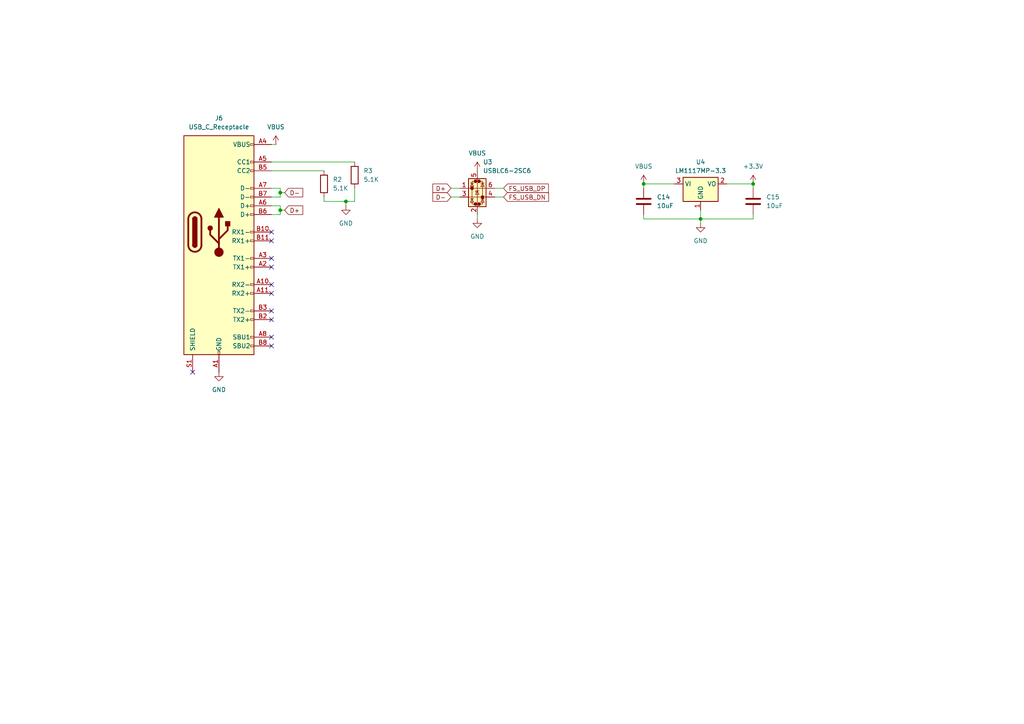
<source format=kicad_sch>
(kicad_sch
	(version 20231120)
	(generator "eeschema")
	(generator_version "8.0")
	(uuid "26c4e9cb-2074-4d85-9daa-ccfb60470acf")
	(paper "A4")
	(lib_symbols
		(symbol "Connector:USB_C_Receptacle"
			(pin_names
				(offset 1.016)
			)
			(exclude_from_sim no)
			(in_bom yes)
			(on_board yes)
			(property "Reference" "J"
				(at -10.16 29.21 0)
				(effects
					(font
						(size 1.27 1.27)
					)
					(justify left)
				)
			)
			(property "Value" "USB_C_Receptacle"
				(at 10.16 29.21 0)
				(effects
					(font
						(size 1.27 1.27)
					)
					(justify right)
				)
			)
			(property "Footprint" ""
				(at 3.81 0 0)
				(effects
					(font
						(size 1.27 1.27)
					)
					(hide yes)
				)
			)
			(property "Datasheet" "https://www.usb.org/sites/default/files/documents/usb_type-c.zip"
				(at 3.81 0 0)
				(effects
					(font
						(size 1.27 1.27)
					)
					(hide yes)
				)
			)
			(property "Description" "USB Full-Featured Type-C Receptacle connector"
				(at 0 0 0)
				(effects
					(font
						(size 1.27 1.27)
					)
					(hide yes)
				)
			)
			(property "ki_keywords" "usb universal serial bus type-C full-featured"
				(at 0 0 0)
				(effects
					(font
						(size 1.27 1.27)
					)
					(hide yes)
				)
			)
			(property "ki_fp_filters" "USB*C*Receptacle*"
				(at 0 0 0)
				(effects
					(font
						(size 1.27 1.27)
					)
					(hide yes)
				)
			)
			(symbol "USB_C_Receptacle_0_0"
				(rectangle
					(start -0.254 -35.56)
					(end 0.254 -34.544)
					(stroke
						(width 0)
						(type default)
					)
					(fill
						(type none)
					)
				)
				(rectangle
					(start 10.16 -32.766)
					(end 9.144 -33.274)
					(stroke
						(width 0)
						(type default)
					)
					(fill
						(type none)
					)
				)
				(rectangle
					(start 10.16 -30.226)
					(end 9.144 -30.734)
					(stroke
						(width 0)
						(type default)
					)
					(fill
						(type none)
					)
				)
				(rectangle
					(start 10.16 -25.146)
					(end 9.144 -25.654)
					(stroke
						(width 0)
						(type default)
					)
					(fill
						(type none)
					)
				)
				(rectangle
					(start 10.16 -22.606)
					(end 9.144 -23.114)
					(stroke
						(width 0)
						(type default)
					)
					(fill
						(type none)
					)
				)
				(rectangle
					(start 10.16 -17.526)
					(end 9.144 -18.034)
					(stroke
						(width 0)
						(type default)
					)
					(fill
						(type none)
					)
				)
				(rectangle
					(start 10.16 -14.986)
					(end 9.144 -15.494)
					(stroke
						(width 0)
						(type default)
					)
					(fill
						(type none)
					)
				)
				(rectangle
					(start 10.16 -9.906)
					(end 9.144 -10.414)
					(stroke
						(width 0)
						(type default)
					)
					(fill
						(type none)
					)
				)
				(rectangle
					(start 10.16 -7.366)
					(end 9.144 -7.874)
					(stroke
						(width 0)
						(type default)
					)
					(fill
						(type none)
					)
				)
				(rectangle
					(start 10.16 -2.286)
					(end 9.144 -2.794)
					(stroke
						(width 0)
						(type default)
					)
					(fill
						(type none)
					)
				)
				(rectangle
					(start 10.16 0.254)
					(end 9.144 -0.254)
					(stroke
						(width 0)
						(type default)
					)
					(fill
						(type none)
					)
				)
				(rectangle
					(start 10.16 5.334)
					(end 9.144 4.826)
					(stroke
						(width 0)
						(type default)
					)
					(fill
						(type none)
					)
				)
				(rectangle
					(start 10.16 7.874)
					(end 9.144 7.366)
					(stroke
						(width 0)
						(type default)
					)
					(fill
						(type none)
					)
				)
				(rectangle
					(start 10.16 10.414)
					(end 9.144 9.906)
					(stroke
						(width 0)
						(type default)
					)
					(fill
						(type none)
					)
				)
				(rectangle
					(start 10.16 12.954)
					(end 9.144 12.446)
					(stroke
						(width 0)
						(type default)
					)
					(fill
						(type none)
					)
				)
				(rectangle
					(start 10.16 18.034)
					(end 9.144 17.526)
					(stroke
						(width 0)
						(type default)
					)
					(fill
						(type none)
					)
				)
				(rectangle
					(start 10.16 20.574)
					(end 9.144 20.066)
					(stroke
						(width 0)
						(type default)
					)
					(fill
						(type none)
					)
				)
				(rectangle
					(start 10.16 25.654)
					(end 9.144 25.146)
					(stroke
						(width 0)
						(type default)
					)
					(fill
						(type none)
					)
				)
			)
			(symbol "USB_C_Receptacle_0_1"
				(rectangle
					(start -10.16 27.94)
					(end 10.16 -35.56)
					(stroke
						(width 0.254)
						(type default)
					)
					(fill
						(type background)
					)
				)
				(arc
					(start -8.89 -3.81)
					(mid -6.985 -5.7067)
					(end -5.08 -3.81)
					(stroke
						(width 0.508)
						(type default)
					)
					(fill
						(type none)
					)
				)
				(arc
					(start -7.62 -3.81)
					(mid -6.985 -4.4423)
					(end -6.35 -3.81)
					(stroke
						(width 0.254)
						(type default)
					)
					(fill
						(type none)
					)
				)
				(arc
					(start -7.62 -3.81)
					(mid -6.985 -4.4423)
					(end -6.35 -3.81)
					(stroke
						(width 0.254)
						(type default)
					)
					(fill
						(type outline)
					)
				)
				(rectangle
					(start -7.62 -3.81)
					(end -6.35 3.81)
					(stroke
						(width 0.254)
						(type default)
					)
					(fill
						(type outline)
					)
				)
				(arc
					(start -6.35 3.81)
					(mid -6.985 4.4423)
					(end -7.62 3.81)
					(stroke
						(width 0.254)
						(type default)
					)
					(fill
						(type none)
					)
				)
				(arc
					(start -6.35 3.81)
					(mid -6.985 4.4423)
					(end -7.62 3.81)
					(stroke
						(width 0.254)
						(type default)
					)
					(fill
						(type outline)
					)
				)
				(arc
					(start -5.08 3.81)
					(mid -6.985 5.7067)
					(end -8.89 3.81)
					(stroke
						(width 0.508)
						(type default)
					)
					(fill
						(type none)
					)
				)
				(polyline
					(pts
						(xy -8.89 -3.81) (xy -8.89 3.81)
					)
					(stroke
						(width 0.508)
						(type default)
					)
					(fill
						(type none)
					)
				)
				(polyline
					(pts
						(xy -5.08 3.81) (xy -5.08 -3.81)
					)
					(stroke
						(width 0.508)
						(type default)
					)
					(fill
						(type none)
					)
				)
			)
			(symbol "USB_C_Receptacle_1_1"
				(circle
					(center -2.54 1.143)
					(radius 0.635)
					(stroke
						(width 0.254)
						(type default)
					)
					(fill
						(type outline)
					)
				)
				(circle
					(center 0 -5.842)
					(radius 1.27)
					(stroke
						(width 0)
						(type default)
					)
					(fill
						(type outline)
					)
				)
				(polyline
					(pts
						(xy 0 -5.842) (xy 0 4.318)
					)
					(stroke
						(width 0.508)
						(type default)
					)
					(fill
						(type none)
					)
				)
				(polyline
					(pts
						(xy 0 -3.302) (xy -2.54 -0.762) (xy -2.54 0.508)
					)
					(stroke
						(width 0.508)
						(type default)
					)
					(fill
						(type none)
					)
				)
				(polyline
					(pts
						(xy 0 -2.032) (xy 2.54 0.508) (xy 2.54 1.778)
					)
					(stroke
						(width 0.508)
						(type default)
					)
					(fill
						(type none)
					)
				)
				(polyline
					(pts
						(xy -1.27 4.318) (xy 0 6.858) (xy 1.27 4.318) (xy -1.27 4.318)
					)
					(stroke
						(width 0.254)
						(type default)
					)
					(fill
						(type outline)
					)
				)
				(rectangle
					(start 1.905 1.778)
					(end 3.175 3.048)
					(stroke
						(width 0.254)
						(type default)
					)
					(fill
						(type outline)
					)
				)
				(pin passive line
					(at 0 -40.64 90)
					(length 5.08)
					(name "GND"
						(effects
							(font
								(size 1.27 1.27)
							)
						)
					)
					(number "A1"
						(effects
							(font
								(size 1.27 1.27)
							)
						)
					)
				)
				(pin bidirectional line
					(at 15.24 -15.24 180)
					(length 5.08)
					(name "RX2-"
						(effects
							(font
								(size 1.27 1.27)
							)
						)
					)
					(number "A10"
						(effects
							(font
								(size 1.27 1.27)
							)
						)
					)
				)
				(pin bidirectional line
					(at 15.24 -17.78 180)
					(length 5.08)
					(name "RX2+"
						(effects
							(font
								(size 1.27 1.27)
							)
						)
					)
					(number "A11"
						(effects
							(font
								(size 1.27 1.27)
							)
						)
					)
				)
				(pin passive line
					(at 0 -40.64 90)
					(length 5.08) hide
					(name "GND"
						(effects
							(font
								(size 1.27 1.27)
							)
						)
					)
					(number "A12"
						(effects
							(font
								(size 1.27 1.27)
							)
						)
					)
				)
				(pin bidirectional line
					(at 15.24 -10.16 180)
					(length 5.08)
					(name "TX1+"
						(effects
							(font
								(size 1.27 1.27)
							)
						)
					)
					(number "A2"
						(effects
							(font
								(size 1.27 1.27)
							)
						)
					)
				)
				(pin bidirectional line
					(at 15.24 -7.62 180)
					(length 5.08)
					(name "TX1-"
						(effects
							(font
								(size 1.27 1.27)
							)
						)
					)
					(number "A3"
						(effects
							(font
								(size 1.27 1.27)
							)
						)
					)
				)
				(pin passive line
					(at 15.24 25.4 180)
					(length 5.08)
					(name "VBUS"
						(effects
							(font
								(size 1.27 1.27)
							)
						)
					)
					(number "A4"
						(effects
							(font
								(size 1.27 1.27)
							)
						)
					)
				)
				(pin bidirectional line
					(at 15.24 20.32 180)
					(length 5.08)
					(name "CC1"
						(effects
							(font
								(size 1.27 1.27)
							)
						)
					)
					(number "A5"
						(effects
							(font
								(size 1.27 1.27)
							)
						)
					)
				)
				(pin bidirectional line
					(at 15.24 7.62 180)
					(length 5.08)
					(name "D+"
						(effects
							(font
								(size 1.27 1.27)
							)
						)
					)
					(number "A6"
						(effects
							(font
								(size 1.27 1.27)
							)
						)
					)
				)
				(pin bidirectional line
					(at 15.24 12.7 180)
					(length 5.08)
					(name "D-"
						(effects
							(font
								(size 1.27 1.27)
							)
						)
					)
					(number "A7"
						(effects
							(font
								(size 1.27 1.27)
							)
						)
					)
				)
				(pin bidirectional line
					(at 15.24 -30.48 180)
					(length 5.08)
					(name "SBU1"
						(effects
							(font
								(size 1.27 1.27)
							)
						)
					)
					(number "A8"
						(effects
							(font
								(size 1.27 1.27)
							)
						)
					)
				)
				(pin passive line
					(at 15.24 25.4 180)
					(length 5.08) hide
					(name "VBUS"
						(effects
							(font
								(size 1.27 1.27)
							)
						)
					)
					(number "A9"
						(effects
							(font
								(size 1.27 1.27)
							)
						)
					)
				)
				(pin passive line
					(at 0 -40.64 90)
					(length 5.08) hide
					(name "GND"
						(effects
							(font
								(size 1.27 1.27)
							)
						)
					)
					(number "B1"
						(effects
							(font
								(size 1.27 1.27)
							)
						)
					)
				)
				(pin bidirectional line
					(at 15.24 0 180)
					(length 5.08)
					(name "RX1-"
						(effects
							(font
								(size 1.27 1.27)
							)
						)
					)
					(number "B10"
						(effects
							(font
								(size 1.27 1.27)
							)
						)
					)
				)
				(pin bidirectional line
					(at 15.24 -2.54 180)
					(length 5.08)
					(name "RX1+"
						(effects
							(font
								(size 1.27 1.27)
							)
						)
					)
					(number "B11"
						(effects
							(font
								(size 1.27 1.27)
							)
						)
					)
				)
				(pin passive line
					(at 0 -40.64 90)
					(length 5.08) hide
					(name "GND"
						(effects
							(font
								(size 1.27 1.27)
							)
						)
					)
					(number "B12"
						(effects
							(font
								(size 1.27 1.27)
							)
						)
					)
				)
				(pin bidirectional line
					(at 15.24 -25.4 180)
					(length 5.08)
					(name "TX2+"
						(effects
							(font
								(size 1.27 1.27)
							)
						)
					)
					(number "B2"
						(effects
							(font
								(size 1.27 1.27)
							)
						)
					)
				)
				(pin bidirectional line
					(at 15.24 -22.86 180)
					(length 5.08)
					(name "TX2-"
						(effects
							(font
								(size 1.27 1.27)
							)
						)
					)
					(number "B3"
						(effects
							(font
								(size 1.27 1.27)
							)
						)
					)
				)
				(pin passive line
					(at 15.24 25.4 180)
					(length 5.08) hide
					(name "VBUS"
						(effects
							(font
								(size 1.27 1.27)
							)
						)
					)
					(number "B4"
						(effects
							(font
								(size 1.27 1.27)
							)
						)
					)
				)
				(pin bidirectional line
					(at 15.24 17.78 180)
					(length 5.08)
					(name "CC2"
						(effects
							(font
								(size 1.27 1.27)
							)
						)
					)
					(number "B5"
						(effects
							(font
								(size 1.27 1.27)
							)
						)
					)
				)
				(pin bidirectional line
					(at 15.24 5.08 180)
					(length 5.08)
					(name "D+"
						(effects
							(font
								(size 1.27 1.27)
							)
						)
					)
					(number "B6"
						(effects
							(font
								(size 1.27 1.27)
							)
						)
					)
				)
				(pin bidirectional line
					(at 15.24 10.16 180)
					(length 5.08)
					(name "D-"
						(effects
							(font
								(size 1.27 1.27)
							)
						)
					)
					(number "B7"
						(effects
							(font
								(size 1.27 1.27)
							)
						)
					)
				)
				(pin bidirectional line
					(at 15.24 -33.02 180)
					(length 5.08)
					(name "SBU2"
						(effects
							(font
								(size 1.27 1.27)
							)
						)
					)
					(number "B8"
						(effects
							(font
								(size 1.27 1.27)
							)
						)
					)
				)
				(pin passive line
					(at 15.24 25.4 180)
					(length 5.08) hide
					(name "VBUS"
						(effects
							(font
								(size 1.27 1.27)
							)
						)
					)
					(number "B9"
						(effects
							(font
								(size 1.27 1.27)
							)
						)
					)
				)
				(pin passive line
					(at -7.62 -40.64 90)
					(length 5.08)
					(name "SHIELD"
						(effects
							(font
								(size 1.27 1.27)
							)
						)
					)
					(number "S1"
						(effects
							(font
								(size 1.27 1.27)
							)
						)
					)
				)
			)
		)
		(symbol "Device:C"
			(pin_numbers hide)
			(pin_names
				(offset 0.254)
			)
			(exclude_from_sim no)
			(in_bom yes)
			(on_board yes)
			(property "Reference" "C"
				(at 0.635 2.54 0)
				(effects
					(font
						(size 1.27 1.27)
					)
					(justify left)
				)
			)
			(property "Value" "C"
				(at 0.635 -2.54 0)
				(effects
					(font
						(size 1.27 1.27)
					)
					(justify left)
				)
			)
			(property "Footprint" ""
				(at 0.9652 -3.81 0)
				(effects
					(font
						(size 1.27 1.27)
					)
					(hide yes)
				)
			)
			(property "Datasheet" "~"
				(at 0 0 0)
				(effects
					(font
						(size 1.27 1.27)
					)
					(hide yes)
				)
			)
			(property "Description" "Unpolarized capacitor"
				(at 0 0 0)
				(effects
					(font
						(size 1.27 1.27)
					)
					(hide yes)
				)
			)
			(property "ki_keywords" "cap capacitor"
				(at 0 0 0)
				(effects
					(font
						(size 1.27 1.27)
					)
					(hide yes)
				)
			)
			(property "ki_fp_filters" "C_*"
				(at 0 0 0)
				(effects
					(font
						(size 1.27 1.27)
					)
					(hide yes)
				)
			)
			(symbol "C_0_1"
				(polyline
					(pts
						(xy -2.032 -0.762) (xy 2.032 -0.762)
					)
					(stroke
						(width 0.508)
						(type default)
					)
					(fill
						(type none)
					)
				)
				(polyline
					(pts
						(xy -2.032 0.762) (xy 2.032 0.762)
					)
					(stroke
						(width 0.508)
						(type default)
					)
					(fill
						(type none)
					)
				)
			)
			(symbol "C_1_1"
				(pin passive line
					(at 0 3.81 270)
					(length 2.794)
					(name "~"
						(effects
							(font
								(size 1.27 1.27)
							)
						)
					)
					(number "1"
						(effects
							(font
								(size 1.27 1.27)
							)
						)
					)
				)
				(pin passive line
					(at 0 -3.81 90)
					(length 2.794)
					(name "~"
						(effects
							(font
								(size 1.27 1.27)
							)
						)
					)
					(number "2"
						(effects
							(font
								(size 1.27 1.27)
							)
						)
					)
				)
			)
		)
		(symbol "Device:R"
			(pin_numbers hide)
			(pin_names
				(offset 0)
			)
			(exclude_from_sim no)
			(in_bom yes)
			(on_board yes)
			(property "Reference" "R"
				(at 2.032 0 90)
				(effects
					(font
						(size 1.27 1.27)
					)
				)
			)
			(property "Value" "R"
				(at 0 0 90)
				(effects
					(font
						(size 1.27 1.27)
					)
				)
			)
			(property "Footprint" ""
				(at -1.778 0 90)
				(effects
					(font
						(size 1.27 1.27)
					)
					(hide yes)
				)
			)
			(property "Datasheet" "~"
				(at 0 0 0)
				(effects
					(font
						(size 1.27 1.27)
					)
					(hide yes)
				)
			)
			(property "Description" "Resistor"
				(at 0 0 0)
				(effects
					(font
						(size 1.27 1.27)
					)
					(hide yes)
				)
			)
			(property "ki_keywords" "R res resistor"
				(at 0 0 0)
				(effects
					(font
						(size 1.27 1.27)
					)
					(hide yes)
				)
			)
			(property "ki_fp_filters" "R_*"
				(at 0 0 0)
				(effects
					(font
						(size 1.27 1.27)
					)
					(hide yes)
				)
			)
			(symbol "R_0_1"
				(rectangle
					(start -1.016 -2.54)
					(end 1.016 2.54)
					(stroke
						(width 0.254)
						(type default)
					)
					(fill
						(type none)
					)
				)
			)
			(symbol "R_1_1"
				(pin passive line
					(at 0 3.81 270)
					(length 1.27)
					(name "~"
						(effects
							(font
								(size 1.27 1.27)
							)
						)
					)
					(number "1"
						(effects
							(font
								(size 1.27 1.27)
							)
						)
					)
				)
				(pin passive line
					(at 0 -3.81 90)
					(length 1.27)
					(name "~"
						(effects
							(font
								(size 1.27 1.27)
							)
						)
					)
					(number "2"
						(effects
							(font
								(size 1.27 1.27)
							)
						)
					)
				)
			)
		)
		(symbol "Power_Protection:USBLC6-2SC6"
			(pin_names hide)
			(exclude_from_sim no)
			(in_bom yes)
			(on_board yes)
			(property "Reference" "U"
				(at 0.635 5.715 0)
				(effects
					(font
						(size 1.27 1.27)
					)
					(justify left)
				)
			)
			(property "Value" "USBLC6-2SC6"
				(at 0.635 3.81 0)
				(effects
					(font
						(size 1.27 1.27)
					)
					(justify left)
				)
			)
			(property "Footprint" "Package_TO_SOT_SMD:SOT-23-6"
				(at 1.27 -6.35 0)
				(effects
					(font
						(size 1.27 1.27)
						(italic yes)
					)
					(justify left)
					(hide yes)
				)
			)
			(property "Datasheet" "https://www.st.com/resource/en/datasheet/usblc6-2.pdf"
				(at 1.27 -8.255 0)
				(effects
					(font
						(size 1.27 1.27)
					)
					(justify left)
					(hide yes)
				)
			)
			(property "Description" "Very low capacitance ESD protection diode, 2 data-line, SOT-23-6"
				(at 0 0 0)
				(effects
					(font
						(size 1.27 1.27)
					)
					(hide yes)
				)
			)
			(property "ki_keywords" "usb ethernet video"
				(at 0 0 0)
				(effects
					(font
						(size 1.27 1.27)
					)
					(hide yes)
				)
			)
			(property "ki_fp_filters" "SOT?23*"
				(at 0 0 0)
				(effects
					(font
						(size 1.27 1.27)
					)
					(hide yes)
				)
			)
			(symbol "USBLC6-2SC6_0_0"
				(circle
					(center -1.524 0)
					(radius 0.0001)
					(stroke
						(width 0.508)
						(type default)
					)
					(fill
						(type none)
					)
				)
				(circle
					(center -0.508 -4.572)
					(radius 0.0001)
					(stroke
						(width 0.508)
						(type default)
					)
					(fill
						(type none)
					)
				)
				(circle
					(center -0.508 2.032)
					(radius 0.0001)
					(stroke
						(width 0.508)
						(type default)
					)
					(fill
						(type none)
					)
				)
				(circle
					(center 0.508 -4.572)
					(radius 0.0001)
					(stroke
						(width 0.508)
						(type default)
					)
					(fill
						(type none)
					)
				)
				(circle
					(center 0.508 2.032)
					(radius 0.0001)
					(stroke
						(width 0.508)
						(type default)
					)
					(fill
						(type none)
					)
				)
				(circle
					(center 1.524 -2.54)
					(radius 0.0001)
					(stroke
						(width 0.508)
						(type default)
					)
					(fill
						(type none)
					)
				)
			)
			(symbol "USBLC6-2SC6_0_1"
				(polyline
					(pts
						(xy -2.54 -2.54) (xy 2.54 -2.54)
					)
					(stroke
						(width 0)
						(type default)
					)
					(fill
						(type none)
					)
				)
				(polyline
					(pts
						(xy -2.54 0) (xy 2.54 0)
					)
					(stroke
						(width 0)
						(type default)
					)
					(fill
						(type none)
					)
				)
				(polyline
					(pts
						(xy -2.032 -3.048) (xy -1.016 -3.048)
					)
					(stroke
						(width 0)
						(type default)
					)
					(fill
						(type none)
					)
				)
				(polyline
					(pts
						(xy -1.016 1.524) (xy -2.032 1.524)
					)
					(stroke
						(width 0)
						(type default)
					)
					(fill
						(type none)
					)
				)
				(polyline
					(pts
						(xy 1.016 -3.048) (xy 2.032 -3.048)
					)
					(stroke
						(width 0)
						(type default)
					)
					(fill
						(type none)
					)
				)
				(polyline
					(pts
						(xy 1.016 1.524) (xy 2.032 1.524)
					)
					(stroke
						(width 0)
						(type default)
					)
					(fill
						(type none)
					)
				)
				(polyline
					(pts
						(xy -0.508 -1.143) (xy -0.508 -0.762) (xy 0.508 -0.762)
					)
					(stroke
						(width 0)
						(type default)
					)
					(fill
						(type none)
					)
				)
				(polyline
					(pts
						(xy -2.032 0.508) (xy -1.016 0.508) (xy -1.524 1.524) (xy -2.032 0.508)
					)
					(stroke
						(width 0)
						(type default)
					)
					(fill
						(type none)
					)
				)
				(polyline
					(pts
						(xy -1.016 -4.064) (xy -2.032 -4.064) (xy -1.524 -3.048) (xy -1.016 -4.064)
					)
					(stroke
						(width 0)
						(type default)
					)
					(fill
						(type none)
					)
				)
				(polyline
					(pts
						(xy 0.508 -1.778) (xy -0.508 -1.778) (xy 0 -0.762) (xy 0.508 -1.778)
					)
					(stroke
						(width 0)
						(type default)
					)
					(fill
						(type none)
					)
				)
				(polyline
					(pts
						(xy 2.032 -4.064) (xy 1.016 -4.064) (xy 1.524 -3.048) (xy 2.032 -4.064)
					)
					(stroke
						(width 0)
						(type default)
					)
					(fill
						(type none)
					)
				)
				(polyline
					(pts
						(xy 2.032 0.508) (xy 1.016 0.508) (xy 1.524 1.524) (xy 2.032 0.508)
					)
					(stroke
						(width 0)
						(type default)
					)
					(fill
						(type none)
					)
				)
				(polyline
					(pts
						(xy 0 2.54) (xy -0.508 2.032) (xy 0.508 2.032) (xy 0 1.524) (xy 0 -4.064) (xy -0.508 -4.572) (xy 0.508 -4.572)
						(xy 0 -5.08)
					)
					(stroke
						(width 0)
						(type default)
					)
					(fill
						(type none)
					)
				)
			)
			(symbol "USBLC6-2SC6_1_1"
				(rectangle
					(start -2.54 2.794)
					(end 2.54 -5.334)
					(stroke
						(width 0.254)
						(type default)
					)
					(fill
						(type background)
					)
				)
				(polyline
					(pts
						(xy -0.508 2.032) (xy -1.524 2.032) (xy -1.524 -4.572) (xy -0.508 -4.572)
					)
					(stroke
						(width 0)
						(type default)
					)
					(fill
						(type none)
					)
				)
				(polyline
					(pts
						(xy 0.508 -4.572) (xy 1.524 -4.572) (xy 1.524 2.032) (xy 0.508 2.032)
					)
					(stroke
						(width 0)
						(type default)
					)
					(fill
						(type none)
					)
				)
				(pin passive line
					(at -5.08 0 0)
					(length 2.54)
					(name "I/O1"
						(effects
							(font
								(size 1.27 1.27)
							)
						)
					)
					(number "1"
						(effects
							(font
								(size 1.27 1.27)
							)
						)
					)
				)
				(pin passive line
					(at 0 -7.62 90)
					(length 2.54)
					(name "GND"
						(effects
							(font
								(size 1.27 1.27)
							)
						)
					)
					(number "2"
						(effects
							(font
								(size 1.27 1.27)
							)
						)
					)
				)
				(pin passive line
					(at -5.08 -2.54 0)
					(length 2.54)
					(name "I/O2"
						(effects
							(font
								(size 1.27 1.27)
							)
						)
					)
					(number "3"
						(effects
							(font
								(size 1.27 1.27)
							)
						)
					)
				)
				(pin passive line
					(at 5.08 -2.54 180)
					(length 2.54)
					(name "I/O2"
						(effects
							(font
								(size 1.27 1.27)
							)
						)
					)
					(number "4"
						(effects
							(font
								(size 1.27 1.27)
							)
						)
					)
				)
				(pin passive line
					(at 0 5.08 270)
					(length 2.54)
					(name "VBUS"
						(effects
							(font
								(size 1.27 1.27)
							)
						)
					)
					(number "5"
						(effects
							(font
								(size 1.27 1.27)
							)
						)
					)
				)
				(pin passive line
					(at 5.08 0 180)
					(length 2.54)
					(name "I/O1"
						(effects
							(font
								(size 1.27 1.27)
							)
						)
					)
					(number "6"
						(effects
							(font
								(size 1.27 1.27)
							)
						)
					)
				)
			)
		)
		(symbol "Regulator_Linear:LM1117MP-3.3"
			(exclude_from_sim no)
			(in_bom yes)
			(on_board yes)
			(property "Reference" "U"
				(at -3.81 3.175 0)
				(effects
					(font
						(size 1.27 1.27)
					)
				)
			)
			(property "Value" "LM1117MP-3.3"
				(at 0 3.175 0)
				(effects
					(font
						(size 1.27 1.27)
					)
					(justify left)
				)
			)
			(property "Footprint" "Package_TO_SOT_SMD:SOT-223-3_TabPin2"
				(at 0 0 0)
				(effects
					(font
						(size 1.27 1.27)
					)
					(hide yes)
				)
			)
			(property "Datasheet" "http://www.ti.com/lit/ds/symlink/lm1117.pdf"
				(at 0 0 0)
				(effects
					(font
						(size 1.27 1.27)
					)
					(hide yes)
				)
			)
			(property "Description" "800mA Low-Dropout Linear Regulator, 3.3V fixed output, SOT-223"
				(at 0 0 0)
				(effects
					(font
						(size 1.27 1.27)
					)
					(hide yes)
				)
			)
			(property "ki_keywords" "linear regulator ldo fixed positive"
				(at 0 0 0)
				(effects
					(font
						(size 1.27 1.27)
					)
					(hide yes)
				)
			)
			(property "ki_fp_filters" "SOT?223*"
				(at 0 0 0)
				(effects
					(font
						(size 1.27 1.27)
					)
					(hide yes)
				)
			)
			(symbol "LM1117MP-3.3_0_1"
				(rectangle
					(start -5.08 -5.08)
					(end 5.08 1.905)
					(stroke
						(width 0.254)
						(type default)
					)
					(fill
						(type background)
					)
				)
			)
			(symbol "LM1117MP-3.3_1_1"
				(pin power_in line
					(at 0 -7.62 90)
					(length 2.54)
					(name "GND"
						(effects
							(font
								(size 1.27 1.27)
							)
						)
					)
					(number "1"
						(effects
							(font
								(size 1.27 1.27)
							)
						)
					)
				)
				(pin power_out line
					(at 7.62 0 180)
					(length 2.54)
					(name "VO"
						(effects
							(font
								(size 1.27 1.27)
							)
						)
					)
					(number "2"
						(effects
							(font
								(size 1.27 1.27)
							)
						)
					)
				)
				(pin power_in line
					(at -7.62 0 0)
					(length 2.54)
					(name "VI"
						(effects
							(font
								(size 1.27 1.27)
							)
						)
					)
					(number "3"
						(effects
							(font
								(size 1.27 1.27)
							)
						)
					)
				)
			)
		)
		(symbol "power:+3.3V"
			(power)
			(pin_numbers hide)
			(pin_names
				(offset 0) hide)
			(exclude_from_sim no)
			(in_bom yes)
			(on_board yes)
			(property "Reference" "#PWR"
				(at 0 -3.81 0)
				(effects
					(font
						(size 1.27 1.27)
					)
					(hide yes)
				)
			)
			(property "Value" "+3.3V"
				(at 0 3.556 0)
				(effects
					(font
						(size 1.27 1.27)
					)
				)
			)
			(property "Footprint" ""
				(at 0 0 0)
				(effects
					(font
						(size 1.27 1.27)
					)
					(hide yes)
				)
			)
			(property "Datasheet" ""
				(at 0 0 0)
				(effects
					(font
						(size 1.27 1.27)
					)
					(hide yes)
				)
			)
			(property "Description" "Power symbol creates a global label with name \"+3.3V\""
				(at 0 0 0)
				(effects
					(font
						(size 1.27 1.27)
					)
					(hide yes)
				)
			)
			(property "ki_keywords" "global power"
				(at 0 0 0)
				(effects
					(font
						(size 1.27 1.27)
					)
					(hide yes)
				)
			)
			(symbol "+3.3V_0_1"
				(polyline
					(pts
						(xy -0.762 1.27) (xy 0 2.54)
					)
					(stroke
						(width 0)
						(type default)
					)
					(fill
						(type none)
					)
				)
				(polyline
					(pts
						(xy 0 0) (xy 0 2.54)
					)
					(stroke
						(width 0)
						(type default)
					)
					(fill
						(type none)
					)
				)
				(polyline
					(pts
						(xy 0 2.54) (xy 0.762 1.27)
					)
					(stroke
						(width 0)
						(type default)
					)
					(fill
						(type none)
					)
				)
			)
			(symbol "+3.3V_1_1"
				(pin power_in line
					(at 0 0 90)
					(length 0)
					(name "~"
						(effects
							(font
								(size 1.27 1.27)
							)
						)
					)
					(number "1"
						(effects
							(font
								(size 1.27 1.27)
							)
						)
					)
				)
			)
		)
		(symbol "power:GND"
			(power)
			(pin_numbers hide)
			(pin_names
				(offset 0) hide)
			(exclude_from_sim no)
			(in_bom yes)
			(on_board yes)
			(property "Reference" "#PWR"
				(at 0 -6.35 0)
				(effects
					(font
						(size 1.27 1.27)
					)
					(hide yes)
				)
			)
			(property "Value" "GND"
				(at 0 -3.81 0)
				(effects
					(font
						(size 1.27 1.27)
					)
				)
			)
			(property "Footprint" ""
				(at 0 0 0)
				(effects
					(font
						(size 1.27 1.27)
					)
					(hide yes)
				)
			)
			(property "Datasheet" ""
				(at 0 0 0)
				(effects
					(font
						(size 1.27 1.27)
					)
					(hide yes)
				)
			)
			(property "Description" "Power symbol creates a global label with name \"GND\" , ground"
				(at 0 0 0)
				(effects
					(font
						(size 1.27 1.27)
					)
					(hide yes)
				)
			)
			(property "ki_keywords" "global power"
				(at 0 0 0)
				(effects
					(font
						(size 1.27 1.27)
					)
					(hide yes)
				)
			)
			(symbol "GND_0_1"
				(polyline
					(pts
						(xy 0 0) (xy 0 -1.27) (xy 1.27 -1.27) (xy 0 -2.54) (xy -1.27 -1.27) (xy 0 -1.27)
					)
					(stroke
						(width 0)
						(type default)
					)
					(fill
						(type none)
					)
				)
			)
			(symbol "GND_1_1"
				(pin power_in line
					(at 0 0 270)
					(length 0)
					(name "~"
						(effects
							(font
								(size 1.27 1.27)
							)
						)
					)
					(number "1"
						(effects
							(font
								(size 1.27 1.27)
							)
						)
					)
				)
			)
		)
		(symbol "power:VBUS"
			(power)
			(pin_numbers hide)
			(pin_names
				(offset 0) hide)
			(exclude_from_sim no)
			(in_bom yes)
			(on_board yes)
			(property "Reference" "#PWR"
				(at 0 -3.81 0)
				(effects
					(font
						(size 1.27 1.27)
					)
					(hide yes)
				)
			)
			(property "Value" "VBUS"
				(at 0 3.556 0)
				(effects
					(font
						(size 1.27 1.27)
					)
				)
			)
			(property "Footprint" ""
				(at 0 0 0)
				(effects
					(font
						(size 1.27 1.27)
					)
					(hide yes)
				)
			)
			(property "Datasheet" ""
				(at 0 0 0)
				(effects
					(font
						(size 1.27 1.27)
					)
					(hide yes)
				)
			)
			(property "Description" "Power symbol creates a global label with name \"VBUS\""
				(at 0 0 0)
				(effects
					(font
						(size 1.27 1.27)
					)
					(hide yes)
				)
			)
			(property "ki_keywords" "global power"
				(at 0 0 0)
				(effects
					(font
						(size 1.27 1.27)
					)
					(hide yes)
				)
			)
			(symbol "VBUS_0_1"
				(polyline
					(pts
						(xy -0.762 1.27) (xy 0 2.54)
					)
					(stroke
						(width 0)
						(type default)
					)
					(fill
						(type none)
					)
				)
				(polyline
					(pts
						(xy 0 0) (xy 0 2.54)
					)
					(stroke
						(width 0)
						(type default)
					)
					(fill
						(type none)
					)
				)
				(polyline
					(pts
						(xy 0 2.54) (xy 0.762 1.27)
					)
					(stroke
						(width 0)
						(type default)
					)
					(fill
						(type none)
					)
				)
			)
			(symbol "VBUS_1_1"
				(pin power_in line
					(at 0 0 90)
					(length 0)
					(name "~"
						(effects
							(font
								(size 1.27 1.27)
							)
						)
					)
					(number "1"
						(effects
							(font
								(size 1.27 1.27)
							)
						)
					)
				)
			)
		)
	)
	(junction
		(at 186.69 53.34)
		(diameter 0)
		(color 0 0 0 0)
		(uuid "1e7166c6-3f41-4fd5-8d48-61d26e7049aa")
	)
	(junction
		(at 203.2 63.5)
		(diameter 0)
		(color 0 0 0 0)
		(uuid "3726b59c-9866-4aa0-a0e0-efd077639f2c")
	)
	(junction
		(at 81.28 60.96)
		(diameter 0)
		(color 0 0 0 0)
		(uuid "884a139a-cba4-4b42-a32b-44104f6532e3")
	)
	(junction
		(at 81.28 55.88)
		(diameter 0)
		(color 0 0 0 0)
		(uuid "ae4a3299-0ac3-4223-9143-5686912a6d6f")
	)
	(junction
		(at 100.33 58.42)
		(diameter 0)
		(color 0 0 0 0)
		(uuid "d891a0ac-f6bf-4dd3-ac24-2da22dc06e12")
	)
	(junction
		(at 218.44 53.34)
		(diameter 0)
		(color 0 0 0 0)
		(uuid "e3c0f346-7273-43db-a4e4-1a88d6ecb4fc")
	)
	(no_connect
		(at 78.74 92.71)
		(uuid "2537504c-fc88-4e6c-be19-43fcd106b05e")
	)
	(no_connect
		(at 78.74 85.09)
		(uuid "3339e8c2-6903-4251-9a03-e824fb38cc8e")
	)
	(no_connect
		(at 78.74 67.31)
		(uuid "51fccd12-24d7-418b-b894-73d243aef77a")
	)
	(no_connect
		(at 78.74 100.33)
		(uuid "5b2d18d8-6bbd-4020-b1fa-11ec9570375b")
	)
	(no_connect
		(at 78.74 77.47)
		(uuid "78cb319e-aebc-423d-9561-89d64866bb14")
	)
	(no_connect
		(at 78.74 97.79)
		(uuid "88e767f1-b187-414f-a6d2-47c981ec5b00")
	)
	(no_connect
		(at 78.74 90.17)
		(uuid "8ec2e3e7-48dc-4697-9dee-46fd629429ea")
	)
	(no_connect
		(at 55.88 107.95)
		(uuid "9bb4aa79-df32-4db4-be3a-4a287cdbd767")
	)
	(no_connect
		(at 78.74 69.85)
		(uuid "b0f0c23c-1f13-45e2-ab38-d771d5f2a334")
	)
	(no_connect
		(at 78.74 82.55)
		(uuid "cc748e57-9069-445e-a466-5ee5632e9461")
	)
	(no_connect
		(at 78.74 74.93)
		(uuid "f70f5927-c4da-43be-b138-92bd33a82f84")
	)
	(wire
		(pts
			(xy 81.28 62.23) (xy 81.28 60.96)
		)
		(stroke
			(width 0)
			(type default)
		)
		(uuid "026ae5c7-e42c-48aa-956c-f0e1b8dade43")
	)
	(wire
		(pts
			(xy 81.28 55.88) (xy 82.55 55.88)
		)
		(stroke
			(width 0)
			(type default)
		)
		(uuid "15979596-f333-4a83-8956-ffeb342bf464")
	)
	(wire
		(pts
			(xy 146.05 57.15) (xy 143.51 57.15)
		)
		(stroke
			(width 0)
			(type default)
		)
		(uuid "1c315766-211a-44a0-a9cb-d5513e3a7357")
	)
	(wire
		(pts
			(xy 78.74 49.53) (xy 93.98 49.53)
		)
		(stroke
			(width 0)
			(type default)
		)
		(uuid "212d932c-329c-4c50-aa0c-49c5054c5b2f")
	)
	(wire
		(pts
			(xy 81.28 60.96) (xy 82.55 60.96)
		)
		(stroke
			(width 0)
			(type default)
		)
		(uuid "30a1ba69-4b23-4523-a60e-1f08da8ab3f8")
	)
	(wire
		(pts
			(xy 186.69 63.5) (xy 203.2 63.5)
		)
		(stroke
			(width 0)
			(type default)
		)
		(uuid "3a1fca86-65f2-4977-b5be-4e0ff44f13b5")
	)
	(wire
		(pts
			(xy 203.2 63.5) (xy 203.2 64.77)
		)
		(stroke
			(width 0)
			(type default)
		)
		(uuid "435a36b2-8930-491f-aea0-cafd4c7b72a6")
	)
	(wire
		(pts
			(xy 81.28 59.69) (xy 81.28 60.96)
		)
		(stroke
			(width 0)
			(type default)
		)
		(uuid "49c6ad30-ffee-4551-bb7c-0e3fac6fc73f")
	)
	(wire
		(pts
			(xy 138.43 63.5) (xy 138.43 62.23)
		)
		(stroke
			(width 0)
			(type default)
		)
		(uuid "4dba0f3d-15a4-47f1-b606-1597018ce7ef")
	)
	(wire
		(pts
			(xy 218.44 62.23) (xy 218.44 63.5)
		)
		(stroke
			(width 0)
			(type default)
		)
		(uuid "56f33877-1e48-47b0-a73e-0abf8e893f49")
	)
	(wire
		(pts
			(xy 102.87 54.61) (xy 102.87 58.42)
		)
		(stroke
			(width 0)
			(type default)
		)
		(uuid "657345ea-7eb6-4a79-9134-f30cb2d68f9c")
	)
	(wire
		(pts
			(xy 186.69 54.61) (xy 186.69 53.34)
		)
		(stroke
			(width 0)
			(type default)
		)
		(uuid "729db052-81c1-4d15-9896-723370fb0278")
	)
	(wire
		(pts
			(xy 81.28 57.15) (xy 81.28 55.88)
		)
		(stroke
			(width 0)
			(type default)
		)
		(uuid "732d0600-9459-4749-bc58-3de903ea6442")
	)
	(wire
		(pts
			(xy 93.98 57.15) (xy 93.98 58.42)
		)
		(stroke
			(width 0)
			(type default)
		)
		(uuid "7de258d3-3234-4f23-b79f-86ad5b4345d2")
	)
	(wire
		(pts
			(xy 81.28 54.61) (xy 81.28 55.88)
		)
		(stroke
			(width 0)
			(type default)
		)
		(uuid "92883ea1-5ffb-4724-8337-295a9e312a08")
	)
	(wire
		(pts
			(xy 130.81 57.15) (xy 133.35 57.15)
		)
		(stroke
			(width 0)
			(type default)
		)
		(uuid "945511bc-5e40-4d4c-9b28-d58e6aaefa58")
	)
	(wire
		(pts
			(xy 146.05 54.61) (xy 143.51 54.61)
		)
		(stroke
			(width 0)
			(type default)
		)
		(uuid "965135d3-0e2e-460a-b631-c0e3e64378be")
	)
	(wire
		(pts
			(xy 102.87 58.42) (xy 100.33 58.42)
		)
		(stroke
			(width 0)
			(type default)
		)
		(uuid "9fd46674-38f8-4edd-8517-728c6154c299")
	)
	(wire
		(pts
			(xy 78.74 59.69) (xy 81.28 59.69)
		)
		(stroke
			(width 0)
			(type default)
		)
		(uuid "a3f16889-f76c-4213-891d-5ece8fa2b7ab")
	)
	(wire
		(pts
			(xy 78.74 62.23) (xy 81.28 62.23)
		)
		(stroke
			(width 0)
			(type default)
		)
		(uuid "a4dae090-637f-4de4-a700-9165e8065e3f")
	)
	(wire
		(pts
			(xy 203.2 60.96) (xy 203.2 63.5)
		)
		(stroke
			(width 0)
			(type default)
		)
		(uuid "aa16c6c6-bdde-4c27-9e86-06d6b7dd75fb")
	)
	(wire
		(pts
			(xy 210.82 53.34) (xy 218.44 53.34)
		)
		(stroke
			(width 0)
			(type default)
		)
		(uuid "ace9f027-f51e-48ca-b9f8-536e25a6650d")
	)
	(wire
		(pts
			(xy 186.69 53.34) (xy 195.58 53.34)
		)
		(stroke
			(width 0)
			(type default)
		)
		(uuid "afee75c8-4721-4e86-82e4-1e5451c7f345")
	)
	(wire
		(pts
			(xy 186.69 62.23) (xy 186.69 63.5)
		)
		(stroke
			(width 0)
			(type default)
		)
		(uuid "b9791b15-8ab1-4f11-820f-db7f80ea34ee")
	)
	(wire
		(pts
			(xy 100.33 59.69) (xy 100.33 58.42)
		)
		(stroke
			(width 0)
			(type default)
		)
		(uuid "be675e81-613d-4d50-835c-107e296b7344")
	)
	(wire
		(pts
			(xy 93.98 58.42) (xy 100.33 58.42)
		)
		(stroke
			(width 0)
			(type default)
		)
		(uuid "c9513bf2-0b69-49b6-9491-ab1f90b2b8e5")
	)
	(wire
		(pts
			(xy 78.74 57.15) (xy 81.28 57.15)
		)
		(stroke
			(width 0)
			(type default)
		)
		(uuid "ca86142f-0e67-4690-ac86-34c9885f099a")
	)
	(wire
		(pts
			(xy 218.44 54.61) (xy 218.44 53.34)
		)
		(stroke
			(width 0)
			(type default)
		)
		(uuid "d2786e1b-22ca-4351-a773-9bed7f3785a7")
	)
	(wire
		(pts
			(xy 78.74 46.99) (xy 102.87 46.99)
		)
		(stroke
			(width 0)
			(type default)
		)
		(uuid "d86c90c2-a4af-432e-a309-bd5e23e5c741")
	)
	(wire
		(pts
			(xy 80.01 41.91) (xy 78.74 41.91)
		)
		(stroke
			(width 0)
			(type default)
		)
		(uuid "dbd9bc28-a053-4b99-a374-25d3da8ad346")
	)
	(wire
		(pts
			(xy 78.74 54.61) (xy 81.28 54.61)
		)
		(stroke
			(width 0)
			(type default)
		)
		(uuid "e5c5b8bb-bd80-4742-abb5-0a288aef3487")
	)
	(wire
		(pts
			(xy 130.81 54.61) (xy 133.35 54.61)
		)
		(stroke
			(width 0)
			(type default)
		)
		(uuid "e5c772e1-0235-45c8-a45c-5085f68b9876")
	)
	(wire
		(pts
			(xy 203.2 63.5) (xy 218.44 63.5)
		)
		(stroke
			(width 0)
			(type default)
		)
		(uuid "fea32843-e74b-4f93-a5ac-0ce146cec568")
	)
	(global_label "FS_USB_DP"
		(shape input)
		(at 146.05 54.61 0)
		(fields_autoplaced yes)
		(effects
			(font
				(size 1.27 1.27)
			)
			(justify left)
		)
		(uuid "0252652b-14df-4f9e-927e-48990d04c4fc")
		(property "Intersheetrefs" "${INTERSHEET_REFS}"
			(at 159.6185 54.61 0)
			(effects
				(font
					(size 1.27 1.27)
				)
				(justify left)
				(hide yes)
			)
		)
	)
	(global_label "D-"
		(shape input)
		(at 130.81 57.15 180)
		(fields_autoplaced yes)
		(effects
			(font
				(size 1.27 1.27)
			)
			(justify right)
		)
		(uuid "09c80082-2908-4e8d-836b-820e6bdb9cf6")
		(property "Intersheetrefs" "${INTERSHEET_REFS}"
			(at 124.9824 57.15 0)
			(effects
				(font
					(size 1.27 1.27)
				)
				(justify right)
				(hide yes)
			)
		)
	)
	(global_label "D+"
		(shape input)
		(at 130.81 54.61 180)
		(fields_autoplaced yes)
		(effects
			(font
				(size 1.27 1.27)
			)
			(justify right)
		)
		(uuid "5239c2ad-dba6-4a2b-a9c9-232a8bf63678")
		(property "Intersheetrefs" "${INTERSHEET_REFS}"
			(at 124.9824 54.61 0)
			(effects
				(font
					(size 1.27 1.27)
				)
				(justify right)
				(hide yes)
			)
		)
	)
	(global_label "D+"
		(shape input)
		(at 82.55 60.96 0)
		(fields_autoplaced yes)
		(effects
			(font
				(size 1.27 1.27)
			)
			(justify left)
		)
		(uuid "d2719d90-3d5c-4165-8065-8722dcc24f8a")
		(property "Intersheetrefs" "${INTERSHEET_REFS}"
			(at 88.3776 60.96 0)
			(effects
				(font
					(size 1.27 1.27)
				)
				(justify left)
				(hide yes)
			)
		)
	)
	(global_label "FS_USB_DN"
		(shape input)
		(at 146.05 57.15 0)
		(fields_autoplaced yes)
		(effects
			(font
				(size 1.27 1.27)
			)
			(justify left)
		)
		(uuid "e103572c-cfeb-418b-8ab4-0221971b340f")
		(property "Intersheetrefs" "${INTERSHEET_REFS}"
			(at 159.679 57.15 0)
			(effects
				(font
					(size 1.27 1.27)
				)
				(justify left)
				(hide yes)
			)
		)
	)
	(global_label "D-"
		(shape input)
		(at 82.55 55.88 0)
		(fields_autoplaced yes)
		(effects
			(font
				(size 1.27 1.27)
			)
			(justify left)
		)
		(uuid "e51cfe35-b2cd-4300-a6bf-fdc5a9a22969")
		(property "Intersheetrefs" "${INTERSHEET_REFS}"
			(at 88.3776 55.88 0)
			(effects
				(font
					(size 1.27 1.27)
				)
				(justify left)
				(hide yes)
			)
		)
	)
	(symbol
		(lib_id "Connector:USB_C_Receptacle")
		(at 63.5 67.31 0)
		(unit 1)
		(exclude_from_sim no)
		(in_bom yes)
		(on_board yes)
		(dnp no)
		(fields_autoplaced yes)
		(uuid "363555dd-8df7-4049-bc96-852898eff358")
		(property "Reference" "J6"
			(at 63.5 34.29 0)
			(effects
				(font
					(size 1.27 1.27)
				)
			)
		)
		(property "Value" "USB_C_Receptacle"
			(at 63.5 36.83 0)
			(effects
				(font
					(size 1.27 1.27)
				)
			)
		)
		(property "Footprint" "Connector_USB:USB_C_Receptacle_GCT_USB4105-xx-A_16P_TopMnt_Horizontal"
			(at 67.31 67.31 0)
			(effects
				(font
					(size 1.27 1.27)
				)
				(hide yes)
			)
		)
		(property "Datasheet" "https://www.usb.org/sites/default/files/documents/usb_type-c.zip"
			(at 67.31 67.31 0)
			(effects
				(font
					(size 1.27 1.27)
				)
				(hide yes)
			)
		)
		(property "Description" "USB Full-Featured Type-C Receptacle connector"
			(at 63.5 67.31 0)
			(effects
				(font
					(size 1.27 1.27)
				)
				(hide yes)
			)
		)
		(pin "A11"
			(uuid "4b45e3e7-cfc9-404d-8505-de15fd26df99")
		)
		(pin "A8"
			(uuid "ebd0ef01-5672-4575-9927-edbe3e2a3473")
		)
		(pin "A6"
			(uuid "6e2d6398-ee90-4a4a-a4a4-fd6f473d1ee5")
		)
		(pin "B11"
			(uuid "7c16df6c-9952-476c-9d6e-234a57949782")
		)
		(pin "A7"
			(uuid "1f29ece5-41f3-4303-b847-55c898cadcbc")
		)
		(pin "A1"
			(uuid "8bde07ce-dab6-4fed-82ed-aca0d5639c29")
		)
		(pin "A3"
			(uuid "7338d6e7-f287-476a-be32-e6815820e0e2")
		)
		(pin "B5"
			(uuid "fb541273-2684-4e58-8b07-db9360251dac")
		)
		(pin "A10"
			(uuid "1a0ab09d-5b5d-4715-8186-b59c6fbaa549")
		)
		(pin "B9"
			(uuid "b5b0f01b-9b72-4e3e-bdbf-17daf69d98c7")
		)
		(pin "B7"
			(uuid "062d7be5-2cfd-4cd0-9837-b34954d792f7")
		)
		(pin "A12"
			(uuid "9f00d03a-287c-4ce3-aede-41c022d307af")
		)
		(pin "A4"
			(uuid "7d9a20fa-2d8a-44f3-a3eb-a58964909453")
		)
		(pin "A5"
			(uuid "d7a084fb-e303-414c-92ce-fde874d4ad91")
		)
		(pin "B1"
			(uuid "9c5627bf-005c-4f94-a58b-096356009c56")
		)
		(pin "A2"
			(uuid "6dbbb01b-2c24-46ca-99d5-3eb7ddfc3a4e")
		)
		(pin "B3"
			(uuid "68f49835-365d-4c06-a483-fd8fe2e442d8")
		)
		(pin "B2"
			(uuid "944134a5-7284-407c-aede-474661d2b5cc")
		)
		(pin "A9"
			(uuid "b261ca11-515d-4e43-b308-dd1890ef094b")
		)
		(pin "B12"
			(uuid "85185f15-f96b-46a9-9e7b-ae65dd1a151d")
		)
		(pin "B10"
			(uuid "57ec0bd1-98b2-48ad-9785-b8a9c03d1f54")
		)
		(pin "B4"
			(uuid "e3772962-bd58-4b22-9207-2a7ed8eca639")
		)
		(pin "B6"
			(uuid "bb923749-aa8f-4fa7-86e7-a8b8d1b0f70e")
		)
		(pin "S1"
			(uuid "5ca8ce73-647b-457c-a35d-1f95168c6fe9")
		)
		(pin "B8"
			(uuid "674eca2f-9ad9-4c13-9415-eb615257e9e0")
		)
		(instances
			(project ""
				(path "/351b61e0-0dc6-43e4-b310-08a261ff4d1d/4daed595-e717-4d07-89d9-18e97ee7807f"
					(reference "J6")
					(unit 1)
				)
			)
		)
	)
	(symbol
		(lib_id "power:GND")
		(at 63.5 107.95 0)
		(unit 1)
		(exclude_from_sim no)
		(in_bom yes)
		(on_board yes)
		(dnp no)
		(fields_autoplaced yes)
		(uuid "37b8f3f0-152d-490a-b42c-aece2ee1b462")
		(property "Reference" "#PWR021"
			(at 63.5 114.3 0)
			(effects
				(font
					(size 1.27 1.27)
				)
				(hide yes)
			)
		)
		(property "Value" "GND"
			(at 63.5 113.03 0)
			(effects
				(font
					(size 1.27 1.27)
				)
			)
		)
		(property "Footprint" ""
			(at 63.5 107.95 0)
			(effects
				(font
					(size 1.27 1.27)
				)
				(hide yes)
			)
		)
		(property "Datasheet" ""
			(at 63.5 107.95 0)
			(effects
				(font
					(size 1.27 1.27)
				)
				(hide yes)
			)
		)
		(property "Description" "Power symbol creates a global label with name \"GND\" , ground"
			(at 63.5 107.95 0)
			(effects
				(font
					(size 1.27 1.27)
				)
				(hide yes)
			)
		)
		(pin "1"
			(uuid "ab21f24c-fa54-4c21-9a2a-ba602642cc7d")
		)
		(instances
			(project "STM32H750VBT6_Minimalistic_Design"
				(path "/351b61e0-0dc6-43e4-b310-08a261ff4d1d/4daed595-e717-4d07-89d9-18e97ee7807f"
					(reference "#PWR021")
					(unit 1)
				)
			)
		)
	)
	(symbol
		(lib_id "power:VBUS")
		(at 80.01 41.91 0)
		(unit 1)
		(exclude_from_sim no)
		(in_bom yes)
		(on_board yes)
		(dnp no)
		(fields_autoplaced yes)
		(uuid "4b0500b1-4b62-406d-888d-7b732579ea4e")
		(property "Reference" "#PWR018"
			(at 80.01 45.72 0)
			(effects
				(font
					(size 1.27 1.27)
				)
				(hide yes)
			)
		)
		(property "Value" "VBUS"
			(at 80.01 36.83 0)
			(effects
				(font
					(size 1.27 1.27)
				)
			)
		)
		(property "Footprint" ""
			(at 80.01 41.91 0)
			(effects
				(font
					(size 1.27 1.27)
				)
				(hide yes)
			)
		)
		(property "Datasheet" ""
			(at 80.01 41.91 0)
			(effects
				(font
					(size 1.27 1.27)
				)
				(hide yes)
			)
		)
		(property "Description" "Power symbol creates a global label with name \"VBUS\""
			(at 80.01 41.91 0)
			(effects
				(font
					(size 1.27 1.27)
				)
				(hide yes)
			)
		)
		(pin "1"
			(uuid "167f593c-73cd-4b55-809d-7364e42109ae")
		)
		(instances
			(project ""
				(path "/351b61e0-0dc6-43e4-b310-08a261ff4d1d/4daed595-e717-4d07-89d9-18e97ee7807f"
					(reference "#PWR018")
					(unit 1)
				)
			)
		)
	)
	(symbol
		(lib_id "power:VBUS")
		(at 138.43 49.53 0)
		(unit 1)
		(exclude_from_sim no)
		(in_bom yes)
		(on_board yes)
		(dnp no)
		(fields_autoplaced yes)
		(uuid "4f640bad-63a8-4a52-b175-2d57a3a72b19")
		(property "Reference" "#PWR019"
			(at 138.43 53.34 0)
			(effects
				(font
					(size 1.27 1.27)
				)
				(hide yes)
			)
		)
		(property "Value" "VBUS"
			(at 138.43 44.45 0)
			(effects
				(font
					(size 1.27 1.27)
				)
			)
		)
		(property "Footprint" ""
			(at 138.43 49.53 0)
			(effects
				(font
					(size 1.27 1.27)
				)
				(hide yes)
			)
		)
		(property "Datasheet" ""
			(at 138.43 49.53 0)
			(effects
				(font
					(size 1.27 1.27)
				)
				(hide yes)
			)
		)
		(property "Description" "Power symbol creates a global label with name \"VBUS\""
			(at 138.43 49.53 0)
			(effects
				(font
					(size 1.27 1.27)
				)
				(hide yes)
			)
		)
		(pin "1"
			(uuid "ff2d0a4c-f536-43a4-9264-8046c07b58b5")
		)
		(instances
			(project "STM32H750VBT6_Minimalistic_Design"
				(path "/351b61e0-0dc6-43e4-b310-08a261ff4d1d/4daed595-e717-4d07-89d9-18e97ee7807f"
					(reference "#PWR019")
					(unit 1)
				)
			)
		)
	)
	(symbol
		(lib_id "Power_Protection:USBLC6-2SC6")
		(at 138.43 54.61 0)
		(unit 1)
		(exclude_from_sim no)
		(in_bom yes)
		(on_board yes)
		(dnp no)
		(fields_autoplaced yes)
		(uuid "6edfd259-3f86-4fad-ad5d-fc3c9d6b56f3")
		(property "Reference" "U3"
			(at 140.0811 46.99 0)
			(effects
				(font
					(size 1.27 1.27)
				)
				(justify left)
			)
		)
		(property "Value" "USBLC6-2SC6"
			(at 140.0811 49.53 0)
			(effects
				(font
					(size 1.27 1.27)
				)
				(justify left)
			)
		)
		(property "Footprint" "Package_TO_SOT_SMD:SOT-23-6"
			(at 139.7 60.96 0)
			(effects
				(font
					(size 1.27 1.27)
					(italic yes)
				)
				(justify left)
				(hide yes)
			)
		)
		(property "Datasheet" "https://www.st.com/resource/en/datasheet/usblc6-2.pdf"
			(at 139.7 62.865 0)
			(effects
				(font
					(size 1.27 1.27)
				)
				(justify left)
				(hide yes)
			)
		)
		(property "Description" "Very low capacitance ESD protection diode, 2 data-line, SOT-23-6"
			(at 138.43 54.61 0)
			(effects
				(font
					(size 1.27 1.27)
				)
				(hide yes)
			)
		)
		(pin "4"
			(uuid "848161cc-7ca8-4a4b-9cd3-182f38723a5c")
		)
		(pin "5"
			(uuid "95d1f33d-fa10-4f5f-8826-92acf0d3134d")
		)
		(pin "6"
			(uuid "d470bb12-1e6a-4b44-a152-75242daab560")
		)
		(pin "1"
			(uuid "114ceca3-e13c-440d-92c3-633093e08626")
		)
		(pin "2"
			(uuid "cd061bca-3bcc-477b-bf03-5fca12b910cf")
		)
		(pin "3"
			(uuid "6dc84936-d90c-4af2-aa50-7c84e6255438")
		)
		(instances
			(project ""
				(path "/351b61e0-0dc6-43e4-b310-08a261ff4d1d/4daed595-e717-4d07-89d9-18e97ee7807f"
					(reference "U3")
					(unit 1)
				)
			)
		)
	)
	(symbol
		(lib_id "power:GND")
		(at 203.2 64.77 0)
		(unit 1)
		(exclude_from_sim no)
		(in_bom yes)
		(on_board yes)
		(dnp no)
		(fields_autoplaced yes)
		(uuid "8539c6ab-20bd-4707-aa44-aba4f19282a3")
		(property "Reference" "#PWR023"
			(at 203.2 71.12 0)
			(effects
				(font
					(size 1.27 1.27)
				)
				(hide yes)
			)
		)
		(property "Value" "GND"
			(at 203.2 69.85 0)
			(effects
				(font
					(size 1.27 1.27)
				)
			)
		)
		(property "Footprint" ""
			(at 203.2 64.77 0)
			(effects
				(font
					(size 1.27 1.27)
				)
				(hide yes)
			)
		)
		(property "Datasheet" ""
			(at 203.2 64.77 0)
			(effects
				(font
					(size 1.27 1.27)
				)
				(hide yes)
			)
		)
		(property "Description" "Power symbol creates a global label with name \"GND\" , ground"
			(at 203.2 64.77 0)
			(effects
				(font
					(size 1.27 1.27)
				)
				(hide yes)
			)
		)
		(pin "1"
			(uuid "edfa4210-a037-4fff-b7a7-466566bd1d3b")
		)
		(instances
			(project "STM32H750VBT6_Minimalistic_Design"
				(path "/351b61e0-0dc6-43e4-b310-08a261ff4d1d/4daed595-e717-4d07-89d9-18e97ee7807f"
					(reference "#PWR023")
					(unit 1)
				)
			)
		)
	)
	(symbol
		(lib_id "Device:C")
		(at 218.44 58.42 0)
		(unit 1)
		(exclude_from_sim no)
		(in_bom yes)
		(on_board yes)
		(dnp no)
		(fields_autoplaced yes)
		(uuid "89fab4d4-e9de-4037-84fc-c1e14cb04a83")
		(property "Reference" "C15"
			(at 222.25 57.1499 0)
			(effects
				(font
					(size 1.27 1.27)
				)
				(justify left)
			)
		)
		(property "Value" "10uF"
			(at 222.25 59.6899 0)
			(effects
				(font
					(size 1.27 1.27)
				)
				(justify left)
			)
		)
		(property "Footprint" "Capacitor_SMD:C_0603_1608Metric"
			(at 219.4052 62.23 0)
			(effects
				(font
					(size 1.27 1.27)
				)
				(hide yes)
			)
		)
		(property "Datasheet" "~"
			(at 218.44 58.42 0)
			(effects
				(font
					(size 1.27 1.27)
				)
				(hide yes)
			)
		)
		(property "Description" "Unpolarized capacitor"
			(at 218.44 58.42 0)
			(effects
				(font
					(size 1.27 1.27)
				)
				(hide yes)
			)
		)
		(pin "2"
			(uuid "fdfc000c-4579-4ede-b9d6-5a6136b6211b")
		)
		(pin "1"
			(uuid "2ca4d5d0-2140-4c1d-947d-02f5832621ff")
		)
		(instances
			(project ""
				(path "/351b61e0-0dc6-43e4-b310-08a261ff4d1d/4daed595-e717-4d07-89d9-18e97ee7807f"
					(reference "C15")
					(unit 1)
				)
			)
		)
	)
	(symbol
		(lib_id "Device:R")
		(at 102.87 50.8 180)
		(unit 1)
		(exclude_from_sim no)
		(in_bom yes)
		(on_board yes)
		(dnp no)
		(fields_autoplaced yes)
		(uuid "8ca268d3-df26-419d-8507-268d632c245e")
		(property "Reference" "R3"
			(at 105.41 49.5299 0)
			(effects
				(font
					(size 1.27 1.27)
				)
				(justify right)
			)
		)
		(property "Value" "5.1K"
			(at 105.41 52.0699 0)
			(effects
				(font
					(size 1.27 1.27)
				)
				(justify right)
			)
		)
		(property "Footprint" "Capacitor_SMD:C_0402_1005Metric"
			(at 104.648 50.8 90)
			(effects
				(font
					(size 1.27 1.27)
				)
				(hide yes)
			)
		)
		(property "Datasheet" "~"
			(at 102.87 50.8 0)
			(effects
				(font
					(size 1.27 1.27)
				)
				(hide yes)
			)
		)
		(property "Description" "Resistor"
			(at 102.87 50.8 0)
			(effects
				(font
					(size 1.27 1.27)
				)
				(hide yes)
			)
		)
		(pin "1"
			(uuid "db93436d-fcf2-44a8-9cb5-199ce6792b42")
		)
		(pin "2"
			(uuid "55891a0e-a9c3-4f18-b926-2e4a0d12907a")
		)
		(instances
			(project "STM32H750VBT6_Minimalistic_Design"
				(path "/351b61e0-0dc6-43e4-b310-08a261ff4d1d/4daed595-e717-4d07-89d9-18e97ee7807f"
					(reference "R3")
					(unit 1)
				)
			)
		)
	)
	(symbol
		(lib_id "power:GND")
		(at 138.43 63.5 0)
		(unit 1)
		(exclude_from_sim no)
		(in_bom yes)
		(on_board yes)
		(dnp no)
		(fields_autoplaced yes)
		(uuid "9561589e-5ce0-4cd2-aa8b-83a43f44531f")
		(property "Reference" "#PWR020"
			(at 138.43 69.85 0)
			(effects
				(font
					(size 1.27 1.27)
				)
				(hide yes)
			)
		)
		(property "Value" "GND"
			(at 138.43 68.58 0)
			(effects
				(font
					(size 1.27 1.27)
				)
			)
		)
		(property "Footprint" ""
			(at 138.43 63.5 0)
			(effects
				(font
					(size 1.27 1.27)
				)
				(hide yes)
			)
		)
		(property "Datasheet" ""
			(at 138.43 63.5 0)
			(effects
				(font
					(size 1.27 1.27)
				)
				(hide yes)
			)
		)
		(property "Description" "Power symbol creates a global label with name \"GND\" , ground"
			(at 138.43 63.5 0)
			(effects
				(font
					(size 1.27 1.27)
				)
				(hide yes)
			)
		)
		(pin "1"
			(uuid "e56fe44e-743c-49ad-a40e-5650fb44bbea")
		)
		(instances
			(project ""
				(path "/351b61e0-0dc6-43e4-b310-08a261ff4d1d/4daed595-e717-4d07-89d9-18e97ee7807f"
					(reference "#PWR020")
					(unit 1)
				)
			)
		)
	)
	(symbol
		(lib_id "power:VBUS")
		(at 186.69 53.34 0)
		(unit 1)
		(exclude_from_sim no)
		(in_bom yes)
		(on_board yes)
		(dnp no)
		(fields_autoplaced yes)
		(uuid "977a8092-a001-40a6-913c-c8a7fb01d616")
		(property "Reference" "#PWR024"
			(at 186.69 57.15 0)
			(effects
				(font
					(size 1.27 1.27)
				)
				(hide yes)
			)
		)
		(property "Value" "VBUS"
			(at 186.69 48.26 0)
			(effects
				(font
					(size 1.27 1.27)
				)
			)
		)
		(property "Footprint" ""
			(at 186.69 53.34 0)
			(effects
				(font
					(size 1.27 1.27)
				)
				(hide yes)
			)
		)
		(property "Datasheet" ""
			(at 186.69 53.34 0)
			(effects
				(font
					(size 1.27 1.27)
				)
				(hide yes)
			)
		)
		(property "Description" "Power symbol creates a global label with name \"VBUS\""
			(at 186.69 53.34 0)
			(effects
				(font
					(size 1.27 1.27)
				)
				(hide yes)
			)
		)
		(pin "1"
			(uuid "eb62d02b-9718-4a03-8b1f-60b49f21a763")
		)
		(instances
			(project "STM32H750VBT6_Minimalistic_Design"
				(path "/351b61e0-0dc6-43e4-b310-08a261ff4d1d/4daed595-e717-4d07-89d9-18e97ee7807f"
					(reference "#PWR024")
					(unit 1)
				)
			)
		)
	)
	(symbol
		(lib_id "power:+3.3V")
		(at 218.44 53.34 0)
		(unit 1)
		(exclude_from_sim no)
		(in_bom yes)
		(on_board yes)
		(dnp no)
		(fields_autoplaced yes)
		(uuid "9938e0af-b781-4c2e-b2f9-ba40e4c7bd43")
		(property "Reference" "#PWR025"
			(at 218.44 57.15 0)
			(effects
				(font
					(size 1.27 1.27)
				)
				(hide yes)
			)
		)
		(property "Value" "+3.3V"
			(at 218.44 48.26 0)
			(effects
				(font
					(size 1.27 1.27)
				)
			)
		)
		(property "Footprint" ""
			(at 218.44 53.34 0)
			(effects
				(font
					(size 1.27 1.27)
				)
				(hide yes)
			)
		)
		(property "Datasheet" ""
			(at 218.44 53.34 0)
			(effects
				(font
					(size 1.27 1.27)
				)
				(hide yes)
			)
		)
		(property "Description" "Power symbol creates a global label with name \"+3.3V\""
			(at 218.44 53.34 0)
			(effects
				(font
					(size 1.27 1.27)
				)
				(hide yes)
			)
		)
		(pin "1"
			(uuid "6cbbf738-a68a-4d2e-9081-3fdeb8c19ac9")
		)
		(instances
			(project ""
				(path "/351b61e0-0dc6-43e4-b310-08a261ff4d1d/4daed595-e717-4d07-89d9-18e97ee7807f"
					(reference "#PWR025")
					(unit 1)
				)
			)
		)
	)
	(symbol
		(lib_id "Device:C")
		(at 186.69 58.42 0)
		(unit 1)
		(exclude_from_sim no)
		(in_bom yes)
		(on_board yes)
		(dnp no)
		(fields_autoplaced yes)
		(uuid "a8976d2b-08fe-4d13-9da1-1dc99dd89ad9")
		(property "Reference" "C14"
			(at 190.5 57.1499 0)
			(effects
				(font
					(size 1.27 1.27)
				)
				(justify left)
			)
		)
		(property "Value" "10uF"
			(at 190.5 59.6899 0)
			(effects
				(font
					(size 1.27 1.27)
				)
				(justify left)
			)
		)
		(property "Footprint" "Capacitor_SMD:C_0603_1608Metric"
			(at 187.6552 62.23 0)
			(effects
				(font
					(size 1.27 1.27)
				)
				(hide yes)
			)
		)
		(property "Datasheet" "~"
			(at 186.69 58.42 0)
			(effects
				(font
					(size 1.27 1.27)
				)
				(hide yes)
			)
		)
		(property "Description" "Unpolarized capacitor"
			(at 186.69 58.42 0)
			(effects
				(font
					(size 1.27 1.27)
				)
				(hide yes)
			)
		)
		(pin "1"
			(uuid "22e0da56-943c-48dd-a084-87600b322817")
		)
		(pin "2"
			(uuid "3db38afd-055b-4138-b87c-3b9b5a7fcf19")
		)
		(instances
			(project ""
				(path "/351b61e0-0dc6-43e4-b310-08a261ff4d1d/4daed595-e717-4d07-89d9-18e97ee7807f"
					(reference "C14")
					(unit 1)
				)
			)
		)
	)
	(symbol
		(lib_id "power:GND")
		(at 100.33 59.69 0)
		(unit 1)
		(exclude_from_sim no)
		(in_bom yes)
		(on_board yes)
		(dnp no)
		(fields_autoplaced yes)
		(uuid "b8b6049c-ff63-4d40-bf64-94cc014dfb84")
		(property "Reference" "#PWR022"
			(at 100.33 66.04 0)
			(effects
				(font
					(size 1.27 1.27)
				)
				(hide yes)
			)
		)
		(property "Value" "GND"
			(at 100.33 64.77 0)
			(effects
				(font
					(size 1.27 1.27)
				)
			)
		)
		(property "Footprint" ""
			(at 100.33 59.69 0)
			(effects
				(font
					(size 1.27 1.27)
				)
				(hide yes)
			)
		)
		(property "Datasheet" ""
			(at 100.33 59.69 0)
			(effects
				(font
					(size 1.27 1.27)
				)
				(hide yes)
			)
		)
		(property "Description" "Power symbol creates a global label with name \"GND\" , ground"
			(at 100.33 59.69 0)
			(effects
				(font
					(size 1.27 1.27)
				)
				(hide yes)
			)
		)
		(pin "1"
			(uuid "517dd886-d5a7-4604-b91b-89f0214895df")
		)
		(instances
			(project "STM32H750VBT6_Minimalistic_Design"
				(path "/351b61e0-0dc6-43e4-b310-08a261ff4d1d/4daed595-e717-4d07-89d9-18e97ee7807f"
					(reference "#PWR022")
					(unit 1)
				)
			)
		)
	)
	(symbol
		(lib_id "Regulator_Linear:LM1117MP-3.3")
		(at 203.2 53.34 0)
		(unit 1)
		(exclude_from_sim no)
		(in_bom yes)
		(on_board yes)
		(dnp no)
		(fields_autoplaced yes)
		(uuid "d65192a1-cca3-440f-bd13-199663d720e9")
		(property "Reference" "U4"
			(at 203.2 46.99 0)
			(effects
				(font
					(size 1.27 1.27)
				)
			)
		)
		(property "Value" "LM1117MP-3.3"
			(at 203.2 49.53 0)
			(effects
				(font
					(size 1.27 1.27)
				)
			)
		)
		(property "Footprint" "Package_TO_SOT_SMD:SOT-223-3_TabPin2"
			(at 203.2 53.34 0)
			(effects
				(font
					(size 1.27 1.27)
				)
				(hide yes)
			)
		)
		(property "Datasheet" "http://www.ti.com/lit/ds/symlink/lm1117.pdf"
			(at 203.2 53.34 0)
			(effects
				(font
					(size 1.27 1.27)
				)
				(hide yes)
			)
		)
		(property "Description" "800mA Low-Dropout Linear Regulator, 3.3V fixed output, SOT-223"
			(at 203.2 53.34 0)
			(effects
				(font
					(size 1.27 1.27)
				)
				(hide yes)
			)
		)
		(pin "1"
			(uuid "f5467f14-6e63-4e82-9cfb-d629390629fc")
		)
		(pin "2"
			(uuid "8d9f8206-d540-4e15-92fe-33b158202269")
		)
		(pin "3"
			(uuid "4763a937-33ea-4f7f-baed-17e173a38400")
		)
		(instances
			(project ""
				(path "/351b61e0-0dc6-43e4-b310-08a261ff4d1d/4daed595-e717-4d07-89d9-18e97ee7807f"
					(reference "U4")
					(unit 1)
				)
			)
		)
	)
	(symbol
		(lib_id "Device:R")
		(at 93.98 53.34 180)
		(unit 1)
		(exclude_from_sim no)
		(in_bom yes)
		(on_board yes)
		(dnp no)
		(fields_autoplaced yes)
		(uuid "f3dc80f2-c2fe-4164-93d1-c86e5753e384")
		(property "Reference" "R2"
			(at 96.52 52.0699 0)
			(effects
				(font
					(size 1.27 1.27)
				)
				(justify right)
			)
		)
		(property "Value" "5.1K"
			(at 96.52 54.6099 0)
			(effects
				(font
					(size 1.27 1.27)
				)
				(justify right)
			)
		)
		(property "Footprint" "Capacitor_SMD:C_0402_1005Metric"
			(at 95.758 53.34 90)
			(effects
				(font
					(size 1.27 1.27)
				)
				(hide yes)
			)
		)
		(property "Datasheet" "~"
			(at 93.98 53.34 0)
			(effects
				(font
					(size 1.27 1.27)
				)
				(hide yes)
			)
		)
		(property "Description" "Resistor"
			(at 93.98 53.34 0)
			(effects
				(font
					(size 1.27 1.27)
				)
				(hide yes)
			)
		)
		(pin "1"
			(uuid "6cb5f307-f342-42ad-839d-4ca68ebd4854")
		)
		(pin "2"
			(uuid "61c39ef8-ab7b-42e3-a51d-1a1a7e3a0ff5")
		)
		(instances
			(project ""
				(path "/351b61e0-0dc6-43e4-b310-08a261ff4d1d/4daed595-e717-4d07-89d9-18e97ee7807f"
					(reference "R2")
					(unit 1)
				)
			)
		)
	)
)

</source>
